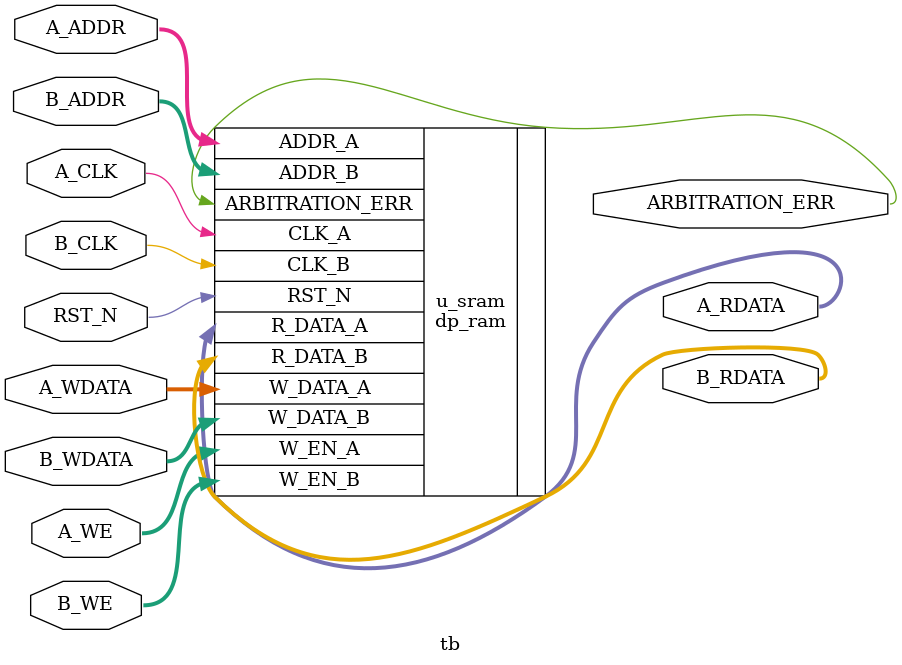
<source format=sv>
module tb #(
    parameter DATA_WIDTH = 32,
    parameter DEPTH = 12,
    localparam WE_WIDTH = DATA_WIDTH / 8,
    localparam _sram_addr_width = $clog2(DEPTH)
) (
    input                         RST_N,
    //A
    input                         A_CLK,
    input  [_sram_addr_width-1:0] A_ADDR,
    input  [      DATA_WIDTH-1:0] A_WDATA,
    input  [        WE_WIDTH-1:0] A_WE,
    output [      DATA_WIDTH-1:0] A_RDATA,

    //B
    input                         B_CLK,
    input  [_sram_addr_width-1:0] B_ADDR,
    input  [      DATA_WIDTH-1:0] B_WDATA,
    input  [        WE_WIDTH-1:0] B_WE,
    output [      DATA_WIDTH-1:0] B_RDATA,

    output ARBITRATION_ERR

);
  dp_ram #(
      .WIDTH(DATA_WIDTH),
      .DEPTH(DEPTH),
      .STRB_WIDTH(8)
  ) u_sram (
      .RST_N(RST_N),

      .CLK_A(A_CLK),
      .ADDR_A(A_ADDR),
      .W_DATA_A(A_WDATA),
      .R_DATA_A(A_RDATA),
      .W_EN_A(A_WE),

      .CLK_B(B_CLK),
      .ADDR_B(B_ADDR),
      .W_DATA_B(B_WDATA),
      .R_DATA_B(B_RDATA),
      .W_EN_B(B_WE),

      .ARBITRATION_ERR(ARBITRATION_ERR)
  );

endmodule


</source>
